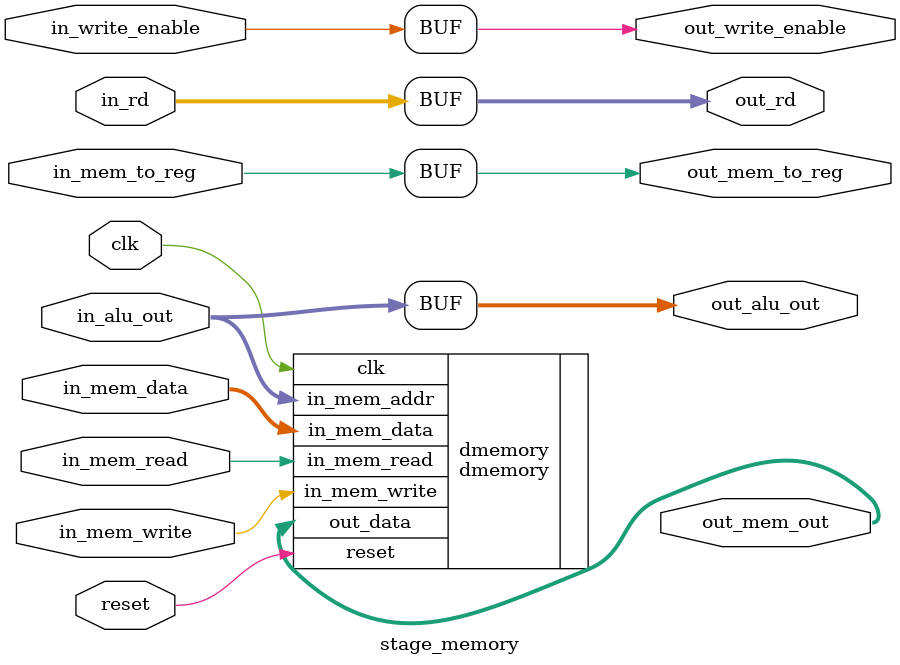
<source format=sv>
`include "dmemory.sv"

module stage_memory(
    input clk,
    input reset,

    //INPUT
    //Memory interaction
    input [31:0] in_alu_out, //Address
    input [31:0] in_mem_data,
    
    //Control
    input in_mem_write,
    input in_mem_read,

    //Passing by
    input [4:0] in_rd,
    input in_mem_to_reg,
    input in_write_enable,

    //OUTPUT
    output [31:0] out_alu_out,
    output [31:0] out_mem_out,
    output [4:0] out_rd,
    output out_mem_to_reg,
    output out_write_enable
);
    assign out_alu_out = in_alu_out;
    assign out_rd = in_rd;
    assign out_mem_to_reg = in_mem_to_reg;
    assign out_write_enable = in_write_enable;

    dmemory dmemory(
        .clk(clk),
        .reset(reset),

        //INPUT
        .in_mem_addr(in_alu_out),
        .in_mem_data(in_mem_data),
        .in_mem_write(in_mem_write),
        .in_mem_read(in_mem_read),

        //OUTPUT
        .out_data(out_mem_out)
    );


endmodule

</source>
